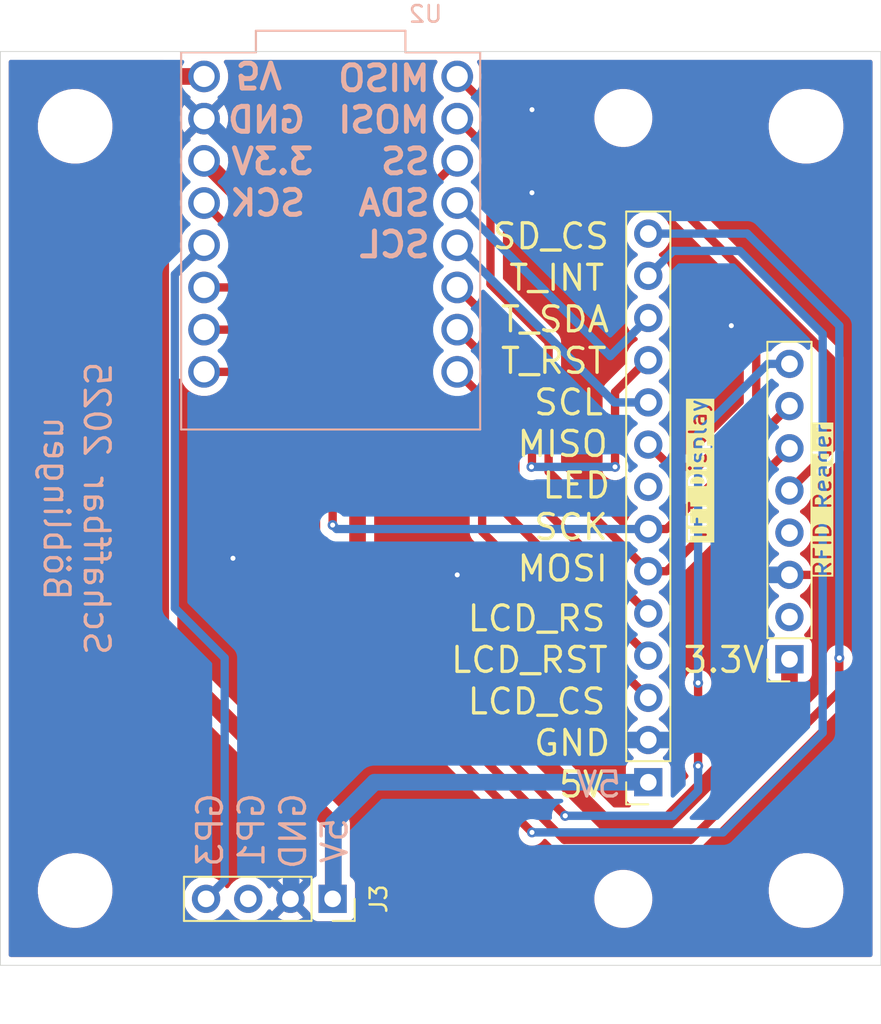
<source format=kicad_pcb>
(kicad_pcb (version 20241229) (generator "pcbnew") (generator_version "9.0")
  (layers (0 "F.Cu" signal) (2 "B.Cu" signal) (13 "F.Paste" user) (15 "B.Paste" user) (5 "F.SilkS" user "F.Silkscreen") (7 "B.SilkS" user "B.Silkscreen") (1 "F.Mask" user) (3 "B.Mask" user) (25 "Edge.Cuts" user))
  (net 0 "")
  (net 1 "/LCD_RST")
  (net 2 "/CTP_SCL")
  (net 3 "/SD_CS")
  (net 4 "/LCD_MISO")
  (net 5 "/LCD CS")
  (net 6 "GND")
  (net 7 "/LCD_RS")
  (net 8 "/LED")
  (net 9 "/LCD_MOSI")
  (net 10 "/CTP_RST")
  (net 11 "/SCK")
  (net 12 "/CTP_INT")
  (net 13 "/CTP_SDA")
  (net 14 "/IRQ")
  (net 15 "/SS")
  (net 16 "/RST")
  (net 17 "+5V")
  (net 18 "/3V3")
  (net 19 "Net-(J3-Pin_4)")
  (footprint "MountingHole:MountingHole_4mm" (layer "F.Cu") (at 178.5 92.5)
    (property "Reference" "REF**" (hide yes))
    (property "Value" "MountingHole_4mm" (hide yes))
    (pad "" np_thru_hole circle (at 0 0) (size 3 3) (drill 3) (layers "*.Cu" "*.Mask"))
  )
  (footprint "Connector_PinSocket_2.54mm:PinSocket_1x14_P2.54mm_Vertical" (layer "F.Cu") (at 180 132.48 180)
    (property "Reference" "J1" (hide yes))
    (property "Value" "TFT Display" (at -3 18.78 90) (layer "F.SilkS" knockout))
    (fp_line (start 1.33 1.27) (end 1.33 34.35) (stroke (width 0.12)) (layer "F.SilkS"))
    (fp_line (start 1.33 -1.33) (end 1.33 0) (stroke (width 0.12)) (layer "F.SilkS"))
    (fp_line (start 0 -1.33) (end 1.33 -1.33) (stroke (width 0.12)) (layer "F.SilkS"))
    (fp_line (start -1.33 34.35) (end 1.33 34.35) (stroke (width 0.12)) (layer "F.SilkS"))
    (fp_line (start -1.33 1.27) (end 1.33 1.27) (stroke (width 0.12)) (layer "F.SilkS"))
    (fp_line (start -1.33 1.27) (end -1.33 34.35) (stroke (width 0.12)) (layer "F.SilkS"))
    (pad "1" thru_hole rect (at 0 0 180) (size 1.7 1.7) (drill 1) (layers "*.Cu" "*.Mask") (net 17 "+5V"))
    (pad "2" thru_hole oval (at 0 2.54 180) (size 1.7 1.7) (drill 1) (layers "*.Cu" "*.Mask") (net 6 "GND"))
    (pad "3" thru_hole oval (at 0 5.08 180) (size 1.7 1.7) (drill 1) (layers "*.Cu" "*.Mask") (net 5 "/LCD CS"))
    (pad "4" thru_hole oval (at 0 7.62 180) (size 1.7 1.7) (drill 1) (layers "*.Cu" "*.Mask") (net 1 "/LCD_RST"))
    (pad "5" thru_hole oval (at 0 10.16 180) (size 1.7 1.7) (drill 1) (layers "*.Cu" "*.Mask") (net 7 "/LCD_RS"))
    (pad "6" thru_hole oval (at 0 12.7 180) (size 1.7 1.7) (drill 1) (layers "*.Cu" "*.Mask") (net 9 "/LCD_MOSI"))
    (pad "7" thru_hole oval (at 0 15.24 180) (size 1.7 1.7) (drill 1) (layers "*.Cu" "*.Mask") (net 11 "/SCK"))
    (pad "8" thru_hole oval (at 0 17.78 180) (size 1.7 1.7) (drill 1) (layers "*.Cu" "*.Mask") (net 8 "/LED"))
    (pad "9" thru_hole oval (at 0 20.32 180) (size 1.7 1.7) (drill 1) (layers "*.Cu" "*.Mask") (net 4 "/LCD_MISO"))
    (pad "10" thru_hole oval (at 0 22.86 180) (size 1.7 1.7) (drill 1) (layers "*.Cu" "*.Mask") (net 2 "/CTP_SCL"))
    (pad "11" thru_hole oval (at 0 25.4 180) (size 1.7 1.7) (drill 1) (layers "*.Cu" "*.Mask") (net 10 "/CTP_RST"))
    (pad "12" thru_hole oval (at 0 27.94 180) (size 1.7 1.7) (drill 1) (layers "*.Cu" "*.Mask") (net 13 "/CTP_SDA"))
    (pad "13" thru_hole oval (at 0 30.48 180) (size 1.7 1.7) (drill 1) (layers "*.Cu" "*.Mask") (net 12 "/CTP_INT"))
    (pad "14" thru_hole oval (at 0 33.02 180) (size 1.7 1.7) (drill 1) (layers "*.Cu" "*.Mask") (net 3 "/SD_CS"))
  )
  (footprint "Connector_PinSocket_2.54mm:PinSocket_1x04_P2.54mm_Vertical" (layer "F.Cu") (at 161 139.5 -90)
    (property "Reference" "J3" (at 0 -2.77 90) (layer "F.SilkS"))
    (property "Value" "Conn_01x04_Socket")
    (fp_line (start -1.33 8.95) (end 1.33 8.95) (stroke (width 0.12)) (layer "F.SilkS"))
    (fp_line (start -1.33 1.27) (end -1.33 8.95) (stroke (width 0.12)) (layer "F.SilkS"))
    (fp_line (start -1.33 1.27) (end 1.33 1.27) (stroke (width 0.12)) (layer "F.SilkS"))
    (fp_line (start 1.33 1.27) (end 1.33 8.95) (stroke (width 0.12)) (layer "F.SilkS"))
    (fp_line (start 0 -1.33) (end 1.33 -1.33) (stroke (width 0.12)) (layer "F.SilkS"))
    (fp_line (start 1.33 -1.33) (end 1.33 0) (stroke (width 0.12)) (layer "F.SilkS"))
    (pad "1" thru_hole rect (at 0 0 270) (size 1.7 1.7) (drill 1) (layers "*.Cu" "*.Mask") (net 17 "+5V"))
    (pad "2" thru_hole circle (at 0 2.54 270) (size 1.7 1.7) (drill 1) (layers "*.Cu" "*.Mask") (net 6 "GND"))
    (pad "3" thru_hole circle (at 0 5.08 270) (size 1.7 1.7) (drill 1) (layers "*.Cu" "*.Mask"))
    (pad "4" thru_hole circle (at 0 7.62 270) (size 1.7 1.7) (drill 1) (layers "*.Cu" "*.Mask") (net 19 "Net-(J3-Pin_4)"))
  )
  (footprint "Connector_PinSocket_2.54mm:PinSocket_1x08_P2.54mm_Vertical" (layer "F.Cu") (at 188.5 125.08 180)
    (property "Reference" "J2" (hide yes))
    (property "Value" "RFID Reader" (at -2 9.54 90) (layer "F.SilkS" knockout))
    (fp_line (start 1.33 1.27) (end 1.33 19.11) (stroke (width 0.12)) (layer "F.SilkS"))
    (fp_line (start 1.33 -1.33) (end 1.33 0) (stroke (width 0.12)) (layer "F.SilkS"))
    (fp_line (start 0 -1.33) (end 1.33 -1.33) (stroke (width 0.12)) (layer "F.SilkS"))
    (fp_line (start -1.33 19.11) (end 1.33 19.11) (stroke (width 0.12)) (layer "F.SilkS"))
    (fp_line (start -1.33 1.27) (end 1.33 1.27) (stroke (width 0.12)) (layer "F.SilkS"))
    (fp_line (start -1.33 1.27) (end -1.33 19.11) (stroke (width 0.12)) (layer "F.SilkS"))
    (pad "1" thru_hole rect (at 0 0 180) (size 1.7 1.7) (drill 1) (layers "*.Cu" "*.Mask") (net 18 "/3V3"))
    (pad "2" thru_hole oval (at 0 2.54 180) (size 1.7 1.7) (drill 1) (layers "*.Cu" "*.Mask") (net 16 "/RST"))
    (pad "3" thru_hole oval (at 0 5.08 180) (size 1.7 1.7) (drill 1) (layers "*.Cu" "*.Mask") (net 6 "GND"))
    (pad "4" thru_hole oval (at 0 7.62 180) (size 1.7 1.7) (drill 1) (layers "*.Cu" "*.Mask") (net 14 "/IRQ"))
    (pad "5" thru_hole oval (at 0 10.16 180) (size 1.7 1.7) (drill 1) (layers "*.Cu" "*.Mask") (net 4 "/LCD_MISO"))
    (pad "6" thru_hole oval (at 0 12.7 180) (size 1.7 1.7) (drill 1) (layers "*.Cu" "*.Mask") (net 9 "/LCD_MOSI"))
    (pad "7" thru_hole oval (at 0 15.24 180) (size 1.7 1.7) (drill 1) (layers "*.Cu" "*.Mask") (net 11 "/SCK"))
    (pad "8" thru_hole oval (at 0 17.78 180) (size 1.7 1.7) (drill 1) (layers "*.Cu" "*.Mask") (net 15 "/SS"))
  )
  (footprint "MountingHole:MountingHole_4mm" (layer "F.Cu") (at 178.5 139.5)
    (property "Reference" "REF**" (hide yes))
    (property "Value" "MountingHole_4mm" (hide yes))
    (pad "" np_thru_hole circle (at 0 0) (size 3 3) (drill 3) (layers "*.Cu" "*.Mask"))
  )
  (footprint "MountingHole:MountingHole_4mm" (layer "F.Cu") (at 189.5 139)
    (property "Reference" "REF**" (hide yes))
    (property "Value" "MountingHole_4mm" (hide yes))
    (pad "" np_thru_hole circle (at 0 0) (size 4 4) (drill 4) (layers "*.Cu" "*.Mask"))
  )
  (footprint "MountingHole:MountingHole_4mm" (layer "F.Cu") (at 145.5 93)
    (property "Reference" "REF**" (hide yes))
    (property "Value" "MountingHole_4mm" (hide yes))
    (pad "" np_thru_hole circle (at 0 0) (size 4 4) (drill 4) (layers "*.Cu" "*.Mask"))
  )
  (footprint "MountingHole:MountingHole_4mm" (layer "F.Cu") (at 189.5 93)
    (property "Reference" "REF**" (hide yes))
    (property "Value" "MountingHole_4mm" (hide yes))
    (pad "" np_thru_hole circle (at 0 0) (size 4 4) (drill 4) (layers "*.Cu" "*.Mask"))
  )
  (footprint "MountingHole:MountingHole_4mm" (layer "F.Cu") (at 145.5 139)
    (property "Reference" "REF**" (hide yes))
    (property "Value" "MountingHole_4mm" (hide yes))
    (pad "" np_thru_hole circle (at 0 0) (size 4 4) (drill 4) (layers "*.Cu" "*.Mask"))
  )
  (footprint "ESP32-C3_SUPERMINI:MODULE_ESP32-C3_SUPERMINI" (layer "B.Cu") (at 160.88 99.9 180)
    (property "Reference" "U2" (at -5.715 13.6525 0) (layer "B.SilkS") (effects (justify mirror)))
    (property "Value" "ESP32-C3_SUPERMINI")
    (fp_line (start 9 11.35) (end 4.5 11.35) (stroke (width 0.127)) (layer "B.SilkS"))
    (fp_line (start 9 -11.35) (end 9 11.35) (stroke (width 0.127)) (layer "B.SilkS"))
    (fp_line (start 9 -11.35) (end -9 -11.35) (stroke (width 0.127)) (layer "B.SilkS"))
    (fp_line (start 4.5 12.65) (end 4.5 11.35) (stroke (width 0.127)) (layer "B.SilkS"))
    (fp_line (start 4.5 12.65) (end -4.5 12.65) (stroke (width 0.127)) (layer "B.SilkS"))
    (fp_line (start -4.5 12.65) (end -4.5 11.35) (stroke (width 0.127)) (layer "B.SilkS"))
    (fp_line (start -4.5 11.35) (end -9 11.35) (stroke (width 0.127)) (layer "B.SilkS"))
    (fp_line (start -9 -11.35) (end -9 11.35) (stroke (width 0.127)) (layer "B.SilkS"))
    (pad "0" thru_hole circle (at 7.62 -7.88 180) (size 1.905 1.905) (drill 1.27) (layers "*.Cu" "*.Mask") (net 12 "/CTP_INT"))
    (pad "1" thru_hole circle (at 7.62 -5.34 180) (size 1.905 1.905) (drill 1.27) (layers "*.Cu" "*.Mask") (net 3 "/SD_CS"))
    (pad "2" thru_hole circle (at 7.62 -2.8 180) (size 1.905 1.905) (drill 1.27) (layers "*.Cu" "*.Mask") (net 15 "/SS"))
    (pad "3" thru_hole circle (at 7.62 -0.26 180) (size 1.905 1.905) (drill 1.27) (layers "*.Cu" "*.Mask") (net 19 "Net-(J3-Pin_4)"))
    (pad "3.3" thru_hole circle (at 7.62 4.82 180) (size 1.905 1.905) (drill 1.27) (layers "*.Cu" "*.Mask") (net 18 "/3V3"))
    (pad "4" thru_hole circle (at 7.62 2.28 180) (size 1.905 1.905) (drill 1.27) (layers "*.Cu" "*.Mask") (net 11 "/SCK"))
    (pad "5" thru_hole circle (at -7.62 9.9 180) (size 1.905 1.905) (drill 1.27) (layers "*.Cu" "*.Mask") (net 4 "/LCD_MISO"))
    (pad "5V" thru_hole circle (at 7.62 9.9 180) (size 1.905 1.905) (drill 1.27) (layers "*.Cu" "*.Mask") (net 17 "+5V"))
    (pad "6" thru_hole circle (at -7.62 7.36 180) (size 1.905 1.905) (drill 1.27) (layers "*.Cu" "*.Mask") (net 9 "/LCD_MOSI"))
    (pad "7" thru_hole circle (at -7.62 4.82 180) (size 1.905 1.905) (drill 1.27) (layers "*.Cu" "*.Mask") (net 5 "/LCD CS"))
    (pad "8" thru_hole circle (at -7.62 2.28 180) (size 1.905 1.905) (drill 1.27) (layers "*.Cu" "*.Mask") (net 13 "/CTP_SDA"))
    (pad "9" thru_hole circle (at -7.62 -0.26 180) (size 1.905 1.905) (drill 1.27) (layers "*.Cu" "*.Mask") (net 2 "/CTP_SCL"))
    (pad "10" thru_hole circle (at -7.62 -2.8 180) (size 1.905 1.905) (drill 1.27) (layers "*.Cu" "*.Mask") (net 10 "/CTP_RST"))
    (pad "20" thru_hole circle (at -7.62 -5.34 180) (size 1.905 1.905) (drill 1.27) (layers "*.Cu" "*.Mask") (net 7 "/LCD_RS"))
    (pad "21" thru_hole circle (at -7.62 -7.88 180) (size 1.905 1.905) (drill 1.27) (layers "*.Cu" "*.Mask") (net 1 "/LCD_RST"))
    (pad "G" thru_hole circle (at 7.62 7.36 180) (size 1.905 1.905) (drill 1.27) (layers "*.Cu" "*.Mask") (net 6 "GND"))
  )
  (gr_line (start 141 143.5) (end 141 88.5) (stroke (width 0.05)) (layer "Edge.Cuts"))
  (gr_line (start 194 88.5) (end 194 143.5) (stroke (width 0.05)) (layer "Edge.Cuts"))
  (gr_line (start 141 88.5) (end 194 88.5) (stroke (width 0.05)) (layer "Edge.Cuts"))
  (gr_line (start 194 143.5) (end 141 143.5) (stroke (width 0.05)) (layer "Edge.Cuts"))
  (gr_text "LCD_RS" (at 169 123.5 0) (layer "F.SilkS") (effects (font (size 1.5 1.5) (thickness 0.2)) (justify left bottom)))
  (gr_text "3.3V" (at 182 126 0) (layer "F.SilkS") (effects (font (size 1.5 1.5) (thickness 0.2)) (justify left bottom)))
  (gr_text "T_SDA" (at 171 105.5 0) (layer "F.SilkS") (effects (font (size 1.5 1.5) (thickness 0.2)) (justify left bottom)))
  (gr_text "SCL" (at 173 110.5 0) (layer "F.SilkS") (effects (font (size 1.5 1.5) (thickness 0.2)) (justify left bottom)))
  (gr_text "MISO" (at 172 113 0) (layer "F.SilkS") (effects (font (size 1.5 1.5) (thickness 0.2)) (justify left bottom)))
  (gr_text "LED" (at 173.5 115.5 0) (layer "F.SilkS") (effects (font (size 1.5 1.5) (thickness 0.2)) (justify left bottom)))
  (gr_text "T_INT" (at 171.5 103 0) (layer "F.SilkS") (effects (font (size 1.5 1.5) (thickness 0.2)) (justify left bottom)))
  (gr_text "LCD_RST" (at 168 126 0) (layer "F.SilkS") (effects (font (size 1.5 1.5) (thickness 0.2)) (justify left bottom)))
  (gr_text "5V" (at 174.5 133.5 0) (layer "F.SilkS") (effects (font (size 1.5 1.5) (thickness 0.2)) (justify left bottom)))
  (gr_text "LCD_CS" (at 169 128.5 0) (layer "F.SilkS") (effects (font (size 1.5 1.5) (thickness 0.2)) (justify left bottom)))
  (gr_text "SCK" (at 173 118 0) (layer "F.SilkS") (effects (font (size 1.5 1.5) (thickness 0.2)) (justify left bottom)))
  (gr_text "T_RST" (at 171 108 0) (layer "F.SilkS") (effects (font (size 1.5 1.5) (thickness 0.2)) (justify left bottom)))
  (gr_text "SD_CS" (at 170.5 100.5 0) (layer "F.SilkS") (effects (font (size 1.5 1.5) (thickness 0.2)) (justify left bottom)))
  (gr_text "GND" (at 173 131 0) (layer "F.SilkS") (effects (font (size 1.5 1.5) (thickness 0.2)) (justify left bottom)))
  (gr_text "MOSI\n" (at 172 120.5 0) (layer "F.SilkS") (effects (font (size 1.5 1.5) (thickness 0.2)) (justify left bottom)))
  (gr_text "SCL" (at 167 101 0) (layer "B.SilkS") (effects (font (size 1.5 1.5) (thickness 0.3) (bold yes)) (justify left bottom mirror)))
  (gr_text "5V" (at 178.5 133.5 0) (layer "B.SilkS") (effects (font (size 1.5 1.5) (thickness 0.2)) (justify left bottom mirror)))
  (gr_text "SS" (at 167 96 0) (layer "B.SilkS") (effects (font (size 1.5 1.5) (thickness 0.3) (bold yes)) (justify left bottom mirror)))
  (gr_text "SDA" (at 167 98.5 0) (layer "B.SilkS") (effects (font (size 1.5 1.5) (thickness 0.3) (bold yes)) (justify left bottom mirror)))
  (gr_text "3.3V" (at 160 96 0) (layer "B.SilkS") (effects (font (size 1.5 1.5) (thickness 0.3) (bold yes)) (justify left bottom mirror)))
  (gr_text "5V" (at 155 89 180) (layer "B.SilkS") (effects (font (size 1.5 1.5) (thickness 0.3) (bold yes)) (justify left bottom mirror)))
  (gr_text "GP1" (at 157 133 90) (layer "B.SilkS") (effects (font (size 1.5 1.5) (thickness 0.2)) (justify left bottom mirror)))
  (gr_text "5V" (at 162 134.5 90) (layer "B.SilkS") (effects (font (size 1.5 1.5) (thickness 0.2)) (justify left bottom mirror)))
  (gr_text "GND" (at 159.5 133 90) (layer "B.SilkS") (effects (font (size 1.5 1.5) (thickness 0.2)) (justify left bottom mirror)))
  (gr_text "MOSI" (at 167 93.5 0) (layer "B.SilkS") (effects (font (size 1.5 1.5) (thickness 0.3) (bold yes)) (justify left bottom mirror)))
  (gr_text "MISO" (at 167 91 0) (layer "B.SilkS") (effects (font (size 1.5 1.5) (thickness 0.3) (bold yes)) (justify left bottom mirror)))
  (gr_text "GND" (at 159.5 93.5 0) (layer "B.SilkS") (effects (font (size 1.5 1.5) (thickness 0.3) (bold yes)) (justify left bottom mirror)))
  (gr_text "SCK" (at 159.5 98.5 0) (layer "B.SilkS") (effects (font (size 1.5 1.5) (thickness 0.3) (bold yes)) (justify left bottom mirror)))
  (gr_text "GP3" (at 154.5 133 90) (layer "B.SilkS") (effects (font (size 1.5 1.5) (thickness 0.2)) (justify left bottom mirror)))
  (gr_text "Schaffbar 2025\nBöblingen" (at 143.5 116 270) (layer "B.SilkS") (effects (font (size 1.5 1.5) (thickness 0.2)) (justify bottom mirror)))
  (segment (start 168.5 107.78) (end 171 110.28) (width 0.5) (layer "F.Cu") (net 1))
  (segment (start 171 110.28) (end 171 115.86) (width 0.5) (layer "F.Cu") (net 1))
  (segment (start 171 115.86) (end 180 124.86) (width 0.5) (layer "F.Cu") (net 1))
  (segment (start 177.96 109.62) (end 180 109.62) (width 0.5) (layer "B.Cu") (net 2))
  (segment (start 168.5 100.16) (end 177.96 109.62) (width 0.5) (layer "B.Cu") (net 2))
  (segment (start 159 120) (end 174.951 135.951) (width 0.5) (layer "F.Cu") (net 3))
  (segment (start 174.951 135.951) (end 182.549 135.951) (width 0.5) (layer "F.Cu") (net 3))
  (segment (start 182.549 135.951) (end 191.5 127) (width 0.5) (layer "F.Cu") (net 3))
  (segment (start 191.5 127) (end 191.5 125) (width 0.5) (layer "F.Cu") (net 3))
  (segment (start 159 108) (end 159 120) (width 0.5) (layer "F.Cu") (net 3))
  (segment (start 156.24 105.24) (end 159 108) (width 0.5) (layer "F.Cu") (net 3))
  (segment (start 153.26 105.24) (end 156.24 105.24) (width 0.5) (layer "F.Cu") (net 3))
  (via (at 191.5 125) (size 0.6) (drill 0.3) (layers "F.Cu" "B.Cu") (net 3))
  (segment (start 191.5 105) (end 191.5 125) (width 0.5) (layer "B.Cu") (net 3))
  (segment (start 180 99.46) (end 185.96 99.46) (width 0.5) (layer "B.Cu") (net 3))
  (segment (start 185.96 99.46) (end 191.5 105) (width 0.5) (layer "B.Cu") (net 3))
  (segment (start 186.5 106.5) (end 188 105) (width 0.5) (layer "F.Cu") (net 4))
  (segment (start 181.5 97.5) (end 176 97.5) (width 0.5) (layer "F.Cu") (net 4))
  (segment (start 189 105) (end 190.5 106.5) (width 0.5) (layer "F.Cu") (net 4))
  (segment (start 188.5 114.92) (end 191 112.42) (width 0.5) (layer "F.Cu") (net 4))
  (segment (start 180 112.16) (end 181.34 113.5) (width 0.5) (layer "F.Cu") (net 4))
  (segment (start 188 105) (end 189 105) (width 0.5) (layer "F.Cu") (net 4))
  (segment (start 191 107) (end 190.5 106.5) (width 0.5) (layer "F.Cu") (net 4))
  (segment (start 190.5 106.5) (end 181.5 97.5) (width 0.5) (layer "F.Cu") (net 4))
  (segment (start 181.34 113.5) (end 183 113.5) (width 0.5) (layer "F.Cu") (net 4))
  (segment (start 186.5 110) (end 186.5 106.5) (width 0.5) (layer "F.Cu") (net 4))
  (segment (start 176 97.5) (end 168.5 90) (width 0.5) (layer "F.Cu") (net 4))
  (segment (start 191 112.42) (end 191 107) (width 0.5) (layer "F.Cu") (net 4))
  (segment (start 183 113.5) (end 186.5 110) (width 0.5) (layer "F.Cu") (net 4))
  (segment (start 168.5 95.08) (end 166.5 97.08) (width 0.5) (layer "F.Cu") (net 5))
  (segment (start 170 117.4) (end 180 127.4) (width 0.5) (layer "F.Cu") (net 5))
  (segment (start 170 111) (end 170 117.4) (width 0.5) (layer "F.Cu") (net 5))
  (segment (start 167.5 110) (end 169 110) (width 0.5) (layer "F.Cu") (net 5))
  (segment (start 166.5 109) (end 167.5 110) (width 0.5) (layer "F.Cu") (net 5))
  (segment (start 166.5 97.08) (end 166.5 109) (width 0.5) (layer "F.Cu") (net 5))
  (segment (start 169 110) (end 170 111) (width 0.5) (layer "F.Cu") (net 5))
  (via (at 168.5 120) (size 0.6) (drill 0.3) (layers "F.Cu" "B.Cu") (net 6))
  (via (at 172.997682 97) (size 0.6) (drill 0.3) (layers "F.Cu" "B.Cu") (net 6))
  (via (at 155 119) (size 0.6) (drill 0.3) (layers "F.Cu" "B.Cu") (net 6))
  (via (at 185 105) (size 0.6) (drill 0.3) (layers "F.Cu" "B.Cu") (net 6))
  (via (at 173 92) (size 0.6) (drill 0.3) (layers "F.Cu" "B.Cu") (net 6))
  (segment (start 158.5 139.475) (end 158.5 97.9) (width 1) (layer "B.Cu") (net 6))
  (segment (start 180 129.94) (end 158.56 129.94) (width 1) (layer "B.Cu") (net 6))
  (segment (start 173 96.997682) (end 172.997682 97) (width 0.5) (layer "B.Cu") (net 6))
  (segment (start 187 120) (end 188.5 120) (width 1) (layer "B.Cu") (net 6))
  (segment (start 158.56 129.94) (end 158.5 130) (width 1) (layer "B.Cu") (net 6))
  (segment (start 173 92) (end 173 96.997682) (width 0.5) (layer "B.Cu") (net 6))
  (segment (start 182.06 129.94) (end 180 129.94) (width 1) (layer "B.Cu") (net 6))
  (segment (start 186 121) (end 186 126) (width 1) (layer "B.Cu") (net 6))
  (segment (start 158.56 97.84) (end 153.26 92.54) (width 1) (layer "B.Cu") (net 6))
  (segment (start 186 121) (end 187 120) (width 1) (layer "B.Cu") (net 6))
  (segment (start 186 126) (end 182.06 129.94) (width 1) (layer "B.Cu") (net 6))
  (segment (start 158.5 97.9) (end 158.56 97.84) (width 1) (layer "B.Cu") (net 6))
  (segment (start 172 108.74) (end 172 114.32) (width 0.5) (layer "F.Cu") (net 7))
  (segment (start 172 114.32) (end 180 122.32) (width 0.5) (layer "F.Cu") (net 7))
  (segment (start 168.5 105.24) (end 172 108.74) (width 0.5) (layer "F.Cu") (net 7))
  (segment (start 170.5 94.54) (end 170.5 102.5) (width 0.5) (layer "F.Cu") (net 9))
  (segment (start 174 113.78) (end 180 119.78) (width 0.5) (layer "F.Cu") (net 9))
  (segment (start 168.5 92.54) (end 170.5 94.54) (width 0.5) (layer "F.Cu") (net 9))
  (segment (start 174 106) (end 174 113.78) (width 0.5) (layer "F.Cu") (net 9))
  (segment (start 188.5 112.38) (end 181.1 119.78) (width 0.5) (layer "F.Cu") (net 9))
  (segment (start 170.5 102.5) (end 174 106) (width 0.5) (layer "F.Cu") (net 9))
  (segment (start 181.1 119.78) (end 180 119.78) (width 0.5) (layer "F.Cu") (net 9))
  (segment (start 172.9693 113.5) (end 173 113.4693) (width 0.5) (layer "F.Cu") (net 10))
  (segment (start 173 107.2) (end 168.5 102.7) (width 0.5) (layer "F.Cu") (net 10))
  (segment (start 173 113.4693) (end 173 107.2) (width 0.5) (layer "F.Cu") (net 10))
  (segment (start 179.92 107.08) (end 180 107.08) (width 0.5) (layer "F.Cu") (net 10))
  (segment (start 178 113.5) (end 178 109) (width 0.5) (layer "F.Cu") (net 10))
  (segment (start 178 109) (end 179.92 107.08) (width 0.5) (layer "F.Cu") (net 10))
  (via (at 172.9693 113.5) (size 0.6) (drill 0.3) (layers "F.Cu" "B.Cu") (net 10))
  (via (at 178 113.5) (size 0.6) (drill 0.3) (layers "F.Cu" "B.Cu") (net 10))
  (segment (start 172.9693 113.5) (end 178 113.5) (width 0.5) (layer "B.Cu") (net 10))
  (segment (start 181.1 117.24) (end 180 117.24) (width 0.5) (layer "F.Cu") (net 11))
  (segment (start 188.5 109.84) (end 181.1 117.24) (width 0.5) (layer "F.Cu") (net 11))
  (segment (start 161 117) (end 161 105.36) (width 0.5) (layer "F.Cu") (net 11))
  (segment (start 161 105.36) (end 153.26 97.62) (width 0.5) (layer "F.Cu") (net 11))
  (via (at 161 117) (size 0.6) (drill 0.3) (layers "F.Cu" "B.Cu") (net 11))
  (segment (start 161.24 117.24) (end 161 117) (width 0.5) (layer "B.Cu") (net 11))
  (segment (start 180 117.24) (end 161.24 117.24) (width 0.5) (layer "B.Cu") (net 11))
  (segment (start 156.770085 107.78) (end 153.26 107.78) (width 0.5) (layer "F.Cu") (net 12))
  (segment (start 157.5 120) (end 157.5 108.509915) (width 0.5) (layer "F.Cu") (net 12))
  (segment (start 157.5 108.509915) (end 156.770085 107.78) (width 0.5) (layer "F.Cu") (net 12))
  (segment (start 173 135.5) (end 157.5 120) (width 0.5) (layer "F.Cu") (net 12))
  (via (at 173 135.5) (size 0.6) (drill 0.3) (layers "F.Cu" "B.Cu") (net 12))
  (segment (start 181.5 100.5) (end 180 102) (width 0.5) (layer "B.Cu") (net 12))
  (segment (start 184.5 135.5) (end 190.5 129.5) (width 0.5) (layer "B.Cu") (net 12))
  (segment (start 190.5 105.5) (end 185.5 100.5) (width 0.5) (layer "B.Cu") (net 12))
  (segment (start 190.5 129.5) (end 190.5 105.5) (width 0.5) (layer "B.Cu") (net 12))
  (segment (start 173 135.5) (end 184.5 135.5) (width 0.5) (layer "B.Cu") (net 12))
  (segment (start 185.5 100.5) (end 181.5 100.5) (width 0.5) (layer "B.Cu") (net 12))
  (segment (start 168.5 97.62) (end 177.71 106.83) (width 0.5) (layer "B.Cu") (net 13))
  (segment (start 177.71 106.83) (end 180 104.54) (width 0.5) (layer "B.Cu") (net 13))
  (segment (start 160 119.5) (end 160 106.5) (width 0.5) (layer "F.Cu") (net 15))
  (segment (start 160 106.5) (end 156.2 102.7) (width 0.5) (layer "F.Cu") (net 15))
  (segment (start 156.2 102.7) (end 153.26 102.7) (width 0.5) (layer "F.Cu") (net 15))
  (segment (start 175 134.5) (end 160 119.5) (width 0.5) (layer "F.Cu") (net 15))
  (segment (start 183 131.5) (end 183 126.5) (width 0.5) (layer "F.Cu") (net 15))
  (via (at 175 134.5) (size 0.6) (drill 0.3) (layers "F.Cu" "B.Cu") (net 15))
  (via (at 183 126.5) (size 0.6) (drill 0.3) (layers "F.Cu" "B.Cu") (net 15))
  (via (at 175 134.5) (size 0.6) (drill 0.3) (layers "F.Cu" "B.Cu") (net 15))
  (via (at 183 131.5) (size 0.6) (drill 0.3) (layers "F.Cu" "B.Cu") (net 15))
  (segment (start 188.5 107.3) (end 187.2 107.3) (width 0.5) (layer "B.Cu") (net 15))
  (segment (start 183 111.5) (end 183 126.5) (width 0.5) (layer "B.Cu") (net 15))
  (segment (start 183 133) (end 181.5 134.5) (width 0.5) (layer "B.Cu") (net 15))
  (segment (start 186.5 108) (end 183 111.5) (width 0.5) (layer "B.Cu") (net 15))
  (segment (start 187.2 107.3) (end 186.5 108) (width 0.5) (layer "B.Cu") (net 15))
  (segment (start 181.5 134.5) (end 175 134.5) (width 0.5) (layer "B.Cu") (net 15))
  (segment (start 183 131.5) (end 183 133) (width 0.5) (layer "B.Cu") (net 15))
  (segment (start 150.65 90.85) (end 151.5 90) (width 1) (layer "F.Cu") (net 17))
  (segment (start 150.65 124.65) (end 150.65 90.85) (width 1) (layer "F.Cu") (net 17))
  (segment (start 161.04 139.475) (end 161.04 135.04) (width 1) (layer "F.Cu") (net 17))
  (segment (start 161.04 135.04) (end 150.65 124.65) (width 1) (layer "F.Cu") (net 17))
  (segment (start 151.5 90) (end 153.26 90) (width 1) (layer "F.Cu") (net 17))
  (segment (start 161.04 134.96) (end 161.04 139.475) (width 1) (layer "B.Cu") (net 17))
  (segment (start 163.52 132.48) (end 161.04 134.96) (width 1) (layer "B.Cu") (net 17))
  (segment (start 180 132.48) (end 163.52 132.48) (width 1) (layer "B.Cu") (net 17))
  (segment (start 188.5 127.5) (end 188.5 125.08) (width 1) (layer "F.Cu") (net 18))
  (segment (start 181 135) (end 188.5 127.5) (width 1) (layer "F.Cu") (net 18))
  (segment (start 177.5 135) (end 181 135) (width 1) (layer "F.Cu") (net 18))
  (segment (start 162.5 120) (end 177.5 135) (width 1) (layer "F.Cu") (net 18))
  (segment (start 153.26 95.08) (end 162.5 104.32) (width 1) (layer "F.Cu") (net 18))
  (segment (start 162.5 104.32) (end 162.5 120) (width 1) (layer "F.Cu") (net 18))
  (segment (start 151.5 101.92) (end 153.26 100.16) (width 0.5) (layer "B.Cu") (net 19))
  (segment (start 153.42 139.475) (end 154.5 138.395) (width 0.5) (layer "B.Cu") (net 19))
  (segment (start 154.5 138.395) (end 154.5 125) (width 0.5) (layer "B.Cu") (net 19))
  (segment (start 154.5 125) (end 151.5 122) (width 0.5) (layer "B.Cu") (net 19))
  (segment (start 151.5 122) (end 151.5 101.92) (width 0.5) (layer "B.Cu") (net 19))
  (zone (net 6) (net_name "GND") (layer "F.Cu") (priority 1) (connect_pads (clearance 0.5)) (min_thickness 0.25) (fill yes (thermal_gap 0.5) (thermal_bridge_width 0.5))
    (polygon (pts (xy 141 88.5) (xy 194 88.5) (xy 194 143.5) (xy 141 143)))
  )
  (zone (net 6) (net_name "GND") (layer "B.Cu") (connect_pads (clearance 0.5)) (min_thickness 0.25) (fill yes (thermal_gap 0.5) (thermal_bridge_width 0.5))
    (polygon (pts (xy 141 88.5) (xy 194 88.5) (xy 194 143.5) (xy 141 143.5)))
  )
)
</source>
